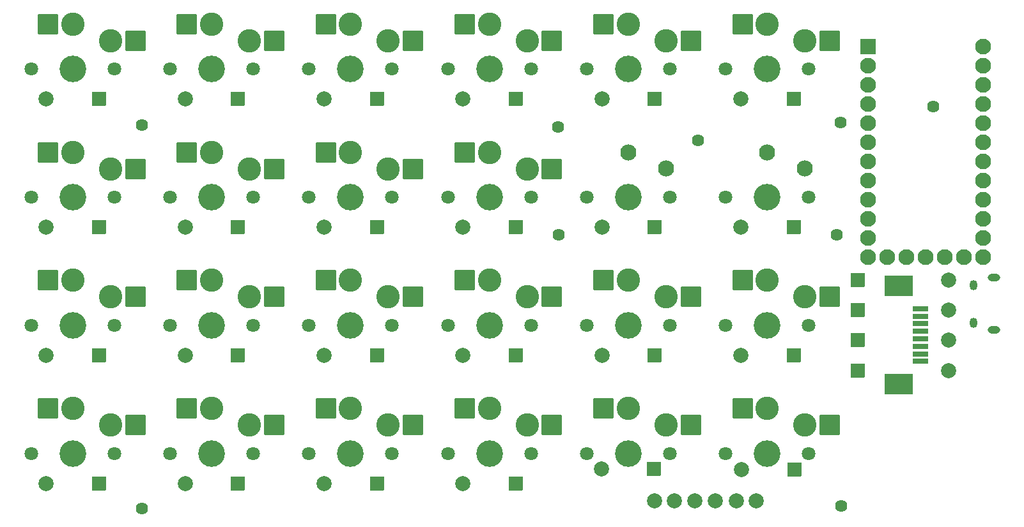
<source format=gbr>
%TF.GenerationSoftware,KiCad,Pcbnew,(6.0.4)*%
%TF.CreationDate,2024-05-03T15:52:29-07:00*%
%TF.ProjectId,left_ortholinear,6c656674-5f6f-4727-9468-6f6c696e6561,v1.0.0*%
%TF.SameCoordinates,Original*%
%TF.FileFunction,Soldermask,Bot*%
%TF.FilePolarity,Negative*%
%FSLAX46Y46*%
G04 Gerber Fmt 4.6, Leading zero omitted, Abs format (unit mm)*
G04 Created by KiCad (PCBNEW (6.0.4)) date 2024-05-03 15:52:29*
%MOMM*%
%LPD*%
G01*
G04 APERTURE LIST*
G04 Aperture macros list*
%AMRoundRect*
0 Rectangle with rounded corners*
0 $1 Rounding radius*
0 $2 $3 $4 $5 $6 $7 $8 $9 X,Y pos of 4 corners*
0 Add a 4 corners polygon primitive as box body*
4,1,4,$2,$3,$4,$5,$6,$7,$8,$9,$2,$3,0*
0 Add four circle primitives for the rounded corners*
1,1,$1+$1,$2,$3*
1,1,$1+$1,$4,$5*
1,1,$1+$1,$6,$7*
1,1,$1+$1,$8,$9*
0 Add four rect primitives between the rounded corners*
20,1,$1+$1,$2,$3,$4,$5,0*
20,1,$1+$1,$4,$5,$6,$7,0*
20,1,$1+$1,$6,$7,$8,$9,0*
20,1,$1+$1,$8,$9,$2,$3,0*%
G04 Aperture macros list end*
%ADD10C,1.624000*%
%ADD11C,2.005000*%
%ADD12RoundRect,0.050000X0.889000X0.889000X-0.889000X0.889000X-0.889000X-0.889000X0.889000X-0.889000X0*%
%ADD13C,3.100000*%
%ADD14C,1.801800*%
%ADD15C,3.529000*%
%ADD16RoundRect,0.050000X-1.300000X-1.300000X1.300000X-1.300000X1.300000X1.300000X-1.300000X1.300000X0*%
%ADD17C,2.132000*%
%ADD18RoundRect,0.050000X-0.889000X-0.889000X0.889000X-0.889000X0.889000X0.889000X-0.889000X0.889000X0*%
%ADD19RoundRect,0.050000X-1.000000X-1.000000X1.000000X-1.000000X1.000000X1.000000X-1.000000X1.000000X0*%
%ADD20C,2.100000*%
%ADD21O,1.650000X0.990000*%
%ADD22O,1.050000X1.350000*%
%ADD23RoundRect,0.050000X1.000000X-0.305000X1.000000X0.305000X-1.000000X0.305000X-1.000000X-0.305000X0*%
%ADD24RoundRect,0.050000X1.800000X-1.340000X1.800000X1.340000X-1.800000X1.340000X-1.800000X-1.340000X0*%
G04 APERTURE END LIST*
D10*
%TO.C,*%
X247700000Y-113200000D03*
%TD*%
D11*
%TO.C,*%
X225700000Y-163400000D03*
%TD*%
%TO.C,D4*%
X142500000Y-110100000D03*
D12*
X149500000Y-110100000D03*
%TD*%
D11*
%TO.C,*%
X236500000Y-163400000D03*
%TD*%
%TO.C,D19*%
X216100000Y-127100000D03*
D12*
X223100000Y-127100000D03*
%TD*%
D13*
%TO.C,S20*%
X224600000Y-136350000D03*
D14*
X225100000Y-140100000D03*
X214100000Y-140100000D03*
D13*
X219600000Y-134150000D03*
D15*
X219600000Y-140100000D03*
D16*
X216325000Y-134150000D03*
X227875000Y-136350000D03*
%TD*%
D13*
%TO.C,S14*%
X182800000Y-100150000D03*
X187800000Y-102350000D03*
D14*
X188300000Y-106100000D03*
X177300000Y-106100000D03*
D15*
X182800000Y-106100000D03*
D16*
X179525000Y-100150000D03*
X191075000Y-102350000D03*
%TD*%
D14*
%TO.C,S2*%
X243500000Y-123100000D03*
X232500000Y-123100000D03*
D15*
X238000000Y-123100000D03*
D17*
X243000000Y-119300000D03*
X238000000Y-117200000D03*
%TD*%
D11*
%TO.C,D11*%
X179300000Y-127100000D03*
D12*
X186300000Y-127100000D03*
%TD*%
D11*
%TO.C,*%
X228400000Y-163400000D03*
%TD*%
%TO.C,D25*%
X262000000Y-134100000D03*
D18*
X250000000Y-134100000D03*
%TD*%
D11*
%TO.C,*%
X233900000Y-163400000D03*
%TD*%
%TO.C,D27*%
X262000000Y-142100000D03*
D18*
X250000000Y-142100000D03*
%TD*%
D11*
%TO.C,D9*%
X179300000Y-161100000D03*
D12*
X186300000Y-161100000D03*
%TD*%
D15*
%TO.C,S13*%
X182800000Y-123100000D03*
D14*
X177300000Y-123100000D03*
X188300000Y-123100000D03*
D13*
X187800000Y-119350000D03*
X182800000Y-117150000D03*
D16*
X179525000Y-117150000D03*
X191075000Y-119350000D03*
%TD*%
D14*
%TO.C,S19*%
X225100000Y-157100000D03*
D13*
X219600000Y-151150000D03*
D15*
X219600000Y-157100000D03*
D14*
X214100000Y-157100000D03*
D13*
X224600000Y-153350000D03*
D16*
X216325000Y-151150000D03*
X227875000Y-153350000D03*
%TD*%
D11*
%TO.C,D23*%
X234500000Y-127100000D03*
D12*
X241500000Y-127100000D03*
%TD*%
D10*
%TO.C,*%
X210300000Y-113800000D03*
%TD*%
%TO.C,*%
X247800000Y-164100000D03*
%TD*%
D13*
%TO.C,S15*%
X201200000Y-151150000D03*
D14*
X195700000Y-157100000D03*
X206700000Y-157100000D03*
D15*
X201200000Y-157100000D03*
D13*
X206200000Y-153350000D03*
D16*
X197925000Y-151150000D03*
X209475000Y-153350000D03*
%TD*%
D11*
%TO.C,D13*%
X197700000Y-161100000D03*
D12*
X204700000Y-161100000D03*
%TD*%
D10*
%TO.C,*%
X155200000Y-113500000D03*
%TD*%
D14*
%TO.C,S5*%
X140500000Y-123100000D03*
D13*
X146000000Y-117150000D03*
X151000000Y-119350000D03*
D15*
X146000000Y-123100000D03*
D14*
X151500000Y-123100000D03*
D16*
X142725000Y-117150000D03*
X154275000Y-119350000D03*
%TD*%
D13*
%TO.C,S17*%
X206200000Y-119350000D03*
D14*
X195700000Y-123100000D03*
D15*
X201200000Y-123100000D03*
D14*
X206700000Y-123100000D03*
D13*
X201200000Y-117150000D03*
D16*
X197925000Y-117150000D03*
X209475000Y-119350000D03*
%TD*%
D14*
%TO.C,S18*%
X195700000Y-106100000D03*
X206700000Y-106100000D03*
D13*
X206200000Y-102350000D03*
D15*
X201200000Y-106100000D03*
D13*
X201200000Y-100150000D03*
D16*
X197925000Y-100150000D03*
X209475000Y-102350000D03*
%TD*%
D14*
%TO.C,S22*%
X243500000Y-157100000D03*
D15*
X238000000Y-157100000D03*
D13*
X238000000Y-151150000D03*
X243000000Y-153350000D03*
D14*
X232500000Y-157100000D03*
D16*
X234725000Y-151150000D03*
X246275000Y-153350000D03*
%TD*%
D11*
%TO.C,D18*%
X216100000Y-144100000D03*
D12*
X223100000Y-144100000D03*
%TD*%
D11*
%TO.C,D7*%
X160900000Y-127100000D03*
D12*
X167900000Y-127100000D03*
%TD*%
D11*
%TO.C,D8*%
X160900000Y-110100000D03*
D12*
X167900000Y-110100000D03*
%TD*%
D13*
%TO.C,S4*%
X146000000Y-134150000D03*
D15*
X146000000Y-140100000D03*
D14*
X140500000Y-140100000D03*
D13*
X151000000Y-136350000D03*
D14*
X151500000Y-140100000D03*
D16*
X142725000Y-134150000D03*
X154275000Y-136350000D03*
%TD*%
D14*
%TO.C,S12*%
X188300000Y-140100000D03*
X177300000Y-140100000D03*
D13*
X187800000Y-136350000D03*
D15*
X182800000Y-140100000D03*
D13*
X182800000Y-134150000D03*
D16*
X179525000Y-134150000D03*
X191075000Y-136350000D03*
%TD*%
D11*
%TO.C,D2*%
X142500000Y-144100000D03*
D12*
X149500000Y-144100000D03*
%TD*%
D11*
%TO.C,D26*%
X262000000Y-138100000D03*
D18*
X250000000Y-138100000D03*
%TD*%
D19*
%TO.C,*%
X251380000Y-103130000D03*
D20*
X251380000Y-105670000D03*
X251380000Y-108210000D03*
X251380000Y-110750000D03*
X251380000Y-113290000D03*
X251380000Y-115830000D03*
X251380000Y-118370000D03*
X251380000Y-120910000D03*
X251380000Y-123450000D03*
X251380000Y-125990000D03*
X251380000Y-128530000D03*
X251380000Y-131070000D03*
X266620000Y-131070000D03*
X266620000Y-128530000D03*
X266620000Y-125990000D03*
X266620000Y-123450000D03*
X266620000Y-120910000D03*
X266620000Y-118370000D03*
X266620000Y-115830000D03*
X266620000Y-113290000D03*
X266620000Y-110750000D03*
X266620000Y-108210000D03*
X266620000Y-105670000D03*
X266620000Y-103130000D03*
X253920000Y-131070000D03*
X256460000Y-131070000D03*
X259000000Y-131070000D03*
X261540000Y-131070000D03*
X264080000Y-131070000D03*
%TD*%
D13*
%TO.C,S16*%
X206200000Y-136350000D03*
D14*
X195700000Y-140100000D03*
D15*
X201200000Y-140100000D03*
D13*
X201200000Y-134150000D03*
D14*
X206700000Y-140100000D03*
D16*
X197925000Y-134150000D03*
X209475000Y-136350000D03*
%TD*%
D10*
%TO.C,*%
X247200000Y-128100000D03*
%TD*%
D11*
%TO.C,D6*%
X160900000Y-144100000D03*
D12*
X167900000Y-144100000D03*
%TD*%
D11*
%TO.C,D5*%
X160900000Y-161100000D03*
D12*
X167900000Y-161100000D03*
%TD*%
D13*
%TO.C,S10*%
X164400000Y-100150000D03*
D15*
X164400000Y-106100000D03*
D13*
X169400000Y-102350000D03*
D14*
X158900000Y-106100000D03*
X169900000Y-106100000D03*
D16*
X161125000Y-100150000D03*
X172675000Y-102350000D03*
%TD*%
D11*
%TO.C,D1*%
X142500000Y-161100000D03*
D12*
X149500000Y-161100000D03*
%TD*%
D13*
%TO.C,S11*%
X187800000Y-153350000D03*
D14*
X177300000Y-157100000D03*
D13*
X182800000Y-151150000D03*
D14*
X188300000Y-157100000D03*
D15*
X182800000Y-157100000D03*
D16*
X179525000Y-151150000D03*
X191075000Y-153350000D03*
%TD*%
D11*
%TO.C,D21*%
X234600000Y-159300000D03*
D12*
X241600000Y-159300000D03*
%TD*%
D15*
%TO.C,S7*%
X164400000Y-157100000D03*
D14*
X169900000Y-157100000D03*
D13*
X169400000Y-153350000D03*
X164400000Y-151150000D03*
D14*
X158900000Y-157100000D03*
D16*
X161125000Y-151150000D03*
X172675000Y-153350000D03*
%TD*%
D11*
%TO.C,*%
X231100000Y-163400000D03*
%TD*%
D13*
%TO.C,S24*%
X238000000Y-100150000D03*
X243000000Y-102350000D03*
D14*
X232500000Y-106100000D03*
D15*
X238000000Y-106100000D03*
D14*
X243500000Y-106100000D03*
D16*
X234725000Y-100150000D03*
X246275000Y-102350000D03*
%TD*%
D10*
%TO.C,*%
X155200000Y-164400000D03*
%TD*%
D11*
%TO.C,D10*%
X179300000Y-144100000D03*
D12*
X186300000Y-144100000D03*
%TD*%
D11*
%TO.C,D24*%
X234500000Y-110100000D03*
D12*
X241500000Y-110100000D03*
%TD*%
D13*
%TO.C,S23*%
X238000000Y-134150000D03*
D15*
X238000000Y-140100000D03*
D13*
X243000000Y-136350000D03*
D14*
X243500000Y-140100000D03*
X232500000Y-140100000D03*
D16*
X234725000Y-134150000D03*
X246275000Y-136350000D03*
%TD*%
D11*
%TO.C,*%
X223100000Y-163400000D03*
%TD*%
D13*
%TO.C,S8*%
X169400000Y-136350000D03*
D14*
X169900000Y-140100000D03*
D13*
X164400000Y-134150000D03*
D15*
X164400000Y-140100000D03*
D14*
X158900000Y-140100000D03*
D16*
X161125000Y-134150000D03*
X172675000Y-136350000D03*
%TD*%
D13*
%TO.C,S9*%
X169400000Y-119350000D03*
D14*
X158900000Y-123100000D03*
D15*
X164400000Y-123100000D03*
D13*
X164400000Y-117150000D03*
D14*
X169900000Y-123100000D03*
D16*
X161125000Y-117150000D03*
X172675000Y-119350000D03*
%TD*%
D11*
%TO.C,D16*%
X197700000Y-110100000D03*
D12*
X204700000Y-110100000D03*
%TD*%
D14*
%TO.C,S1*%
X225100000Y-123100000D03*
D15*
X219600000Y-123100000D03*
D14*
X214100000Y-123100000D03*
D17*
X224600000Y-119300000D03*
X219600000Y-117200000D03*
%TD*%
D14*
%TO.C,S21*%
X214100000Y-106100000D03*
D13*
X219600000Y-100150000D03*
D14*
X225100000Y-106100000D03*
D13*
X224600000Y-102350000D03*
D15*
X219600000Y-106100000D03*
D16*
X216325000Y-100150000D03*
X227875000Y-102350000D03*
%TD*%
D10*
%TO.C,*%
X210400000Y-128100000D03*
%TD*%
D11*
%TO.C,D12*%
X179300000Y-110100000D03*
D12*
X186300000Y-110100000D03*
%TD*%
D11*
%TO.C,D3*%
X142500000Y-127100000D03*
D12*
X149500000Y-127100000D03*
%TD*%
D11*
%TO.C,D15*%
X197700000Y-127100000D03*
D12*
X204700000Y-127100000D03*
%TD*%
D11*
%TO.C,D28*%
X262000000Y-146100000D03*
D18*
X250000000Y-146100000D03*
%TD*%
D11*
%TO.C,D14*%
X197700000Y-144100000D03*
D12*
X204700000Y-144100000D03*
%TD*%
D10*
%TO.C,*%
X228800000Y-115600000D03*
%TD*%
D11*
%TO.C,D22*%
X234500000Y-144100000D03*
D12*
X241500000Y-144100000D03*
%TD*%
D21*
%TO.C,*%
X268000000Y-133750000D03*
X268000000Y-140750000D03*
D22*
X265300000Y-139750000D03*
X265300000Y-134750000D03*
%TD*%
D13*
%TO.C,S3*%
X146000000Y-151150000D03*
X151000000Y-153350000D03*
D15*
X146000000Y-157100000D03*
D14*
X151500000Y-157100000D03*
X140500000Y-157100000D03*
D16*
X142725000Y-151150000D03*
X154275000Y-153350000D03*
%TD*%
D11*
%TO.C,D17*%
X216000000Y-159200000D03*
D12*
X223000000Y-159200000D03*
%TD*%
D11*
%TO.C,D20*%
X216100000Y-110100000D03*
D12*
X223100000Y-110100000D03*
%TD*%
D10*
%TO.C,*%
X260000000Y-111100000D03*
%TD*%
D13*
%TO.C,S6*%
X151000000Y-102350000D03*
X146000000Y-100150000D03*
D15*
X146000000Y-106100000D03*
D14*
X151500000Y-106100000D03*
X140500000Y-106100000D03*
D16*
X142725000Y-100150000D03*
X154275000Y-102350000D03*
%TD*%
D23*
%TO.C,*%
X258250000Y-144900000D03*
X258250000Y-143900000D03*
X258250000Y-142900000D03*
X258250000Y-141900000D03*
X258250000Y-140900000D03*
X258250000Y-139900000D03*
X258250000Y-138900000D03*
X258250000Y-137900000D03*
D24*
X255450000Y-147890000D03*
X255450000Y-134910000D03*
%TD*%
M02*

</source>
